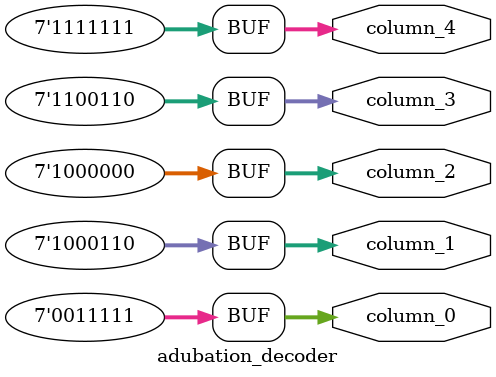
<source format=v>
module adubation_decoder (
    output [6:0] column_4,
    output [6:0] column_3,
    output [6:0] column_2,
    output [6:0] column_1,
    output [6:0] column_0
);

    assign column_4 = 7'b1111111;
    assign column_3 = 7'b1100110;
    assign column_2 = 7'b1000000;
    assign column_1 = 7'b1000110;
    assign column_0 = 7'b0011111;

endmodule
</source>
